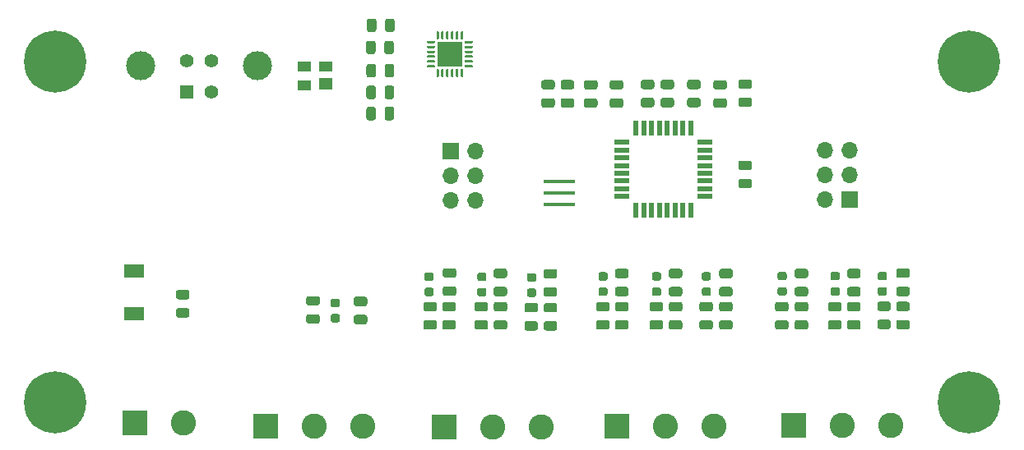
<source format=gbr>
%TF.GenerationSoftware,KiCad,Pcbnew,5.99.0-unknown-a0c54951d~102~ubuntu18.04.1*%
%TF.CreationDate,2020-08-17T14:08:57+02:00*%
%TF.ProjectId,AMPEL,414d5045-4c2e-46b6-9963-61645f706362,rev?*%
%TF.SameCoordinates,Original*%
%TF.FileFunction,Soldermask,Top*%
%TF.FilePolarity,Negative*%
%FSLAX46Y46*%
G04 Gerber Fmt 4.6, Leading zero omitted, Abs format (unit mm)*
G04 Created by KiCad (PCBNEW 5.99.0-unknown-a0c54951d~102~ubuntu18.04.1) date 2020-08-17 14:08:57*
%MOMM*%
%LPD*%
G01*
G04 APERTURE LIST*
%ADD10R,2.600000X2.600000*%
%ADD11C,2.600000*%
%ADD12R,1.700000X1.700000*%
%ADD13O,1.700000X1.700000*%
%ADD14C,0.800000*%
%ADD15C,6.400000*%
%ADD16R,1.400000X1.200000*%
%ADD17R,1.400000X1.000000*%
%ADD18R,3.200000X0.400000*%
%ADD19R,1.400000X1.400000*%
%ADD20C,1.400000*%
%ADD21C,3.000000*%
%ADD22R,2.100000X1.400000*%
%ADD23R,1.600000X0.550000*%
%ADD24R,0.550000X1.600000*%
G04 APERTURE END LIST*
%TO.C,C1*%
G36*
G01*
X181534750Y-85239800D02*
X182447250Y-85239800D01*
G75*
G02*
X182691000Y-85483550I0J-243750D01*
G01*
X182691000Y-85971050D01*
G75*
G02*
X182447250Y-86214800I-243750J0D01*
G01*
X181534750Y-86214800D01*
G75*
G02*
X181291000Y-85971050I0J243750D01*
G01*
X181291000Y-85483550D01*
G75*
G02*
X181534750Y-85239800I243750J0D01*
G01*
G37*
G36*
G01*
X181534750Y-87114800D02*
X182447250Y-87114800D01*
G75*
G02*
X182691000Y-87358550I0J-243750D01*
G01*
X182691000Y-87846050D01*
G75*
G02*
X182447250Y-88089800I-243750J0D01*
G01*
X181534750Y-88089800D01*
G75*
G02*
X181291000Y-87846050I0J243750D01*
G01*
X181291000Y-87358550D01*
G75*
G02*
X181534750Y-87114800I243750J0D01*
G01*
G37*
%TD*%
%TO.C,R24*%
G36*
G01*
X185319350Y-99819400D02*
X186231850Y-99819400D01*
G75*
G02*
X186475600Y-100063150I0J-243750D01*
G01*
X186475600Y-100550650D01*
G75*
G02*
X186231850Y-100794400I-243750J0D01*
G01*
X185319350Y-100794400D01*
G75*
G02*
X185075600Y-100550650I0J243750D01*
G01*
X185075600Y-100063150D01*
G75*
G02*
X185319350Y-99819400I243750J0D01*
G01*
G37*
G36*
G01*
X185319350Y-101694400D02*
X186231850Y-101694400D01*
G75*
G02*
X186475600Y-101938150I0J-243750D01*
G01*
X186475600Y-102425650D01*
G75*
G02*
X186231850Y-102669400I-243750J0D01*
G01*
X185319350Y-102669400D01*
G75*
G02*
X185075600Y-102425650I0J243750D01*
G01*
X185075600Y-101938150D01*
G75*
G02*
X185319350Y-101694400I243750J0D01*
G01*
G37*
%TD*%
%TO.C,C8*%
G36*
G01*
X161494150Y-99921000D02*
X162406650Y-99921000D01*
G75*
G02*
X162650400Y-100164750I0J-243750D01*
G01*
X162650400Y-100652250D01*
G75*
G02*
X162406650Y-100896000I-243750J0D01*
G01*
X161494150Y-100896000D01*
G75*
G02*
X161250400Y-100652250I0J243750D01*
G01*
X161250400Y-100164750D01*
G75*
G02*
X161494150Y-99921000I243750J0D01*
G01*
G37*
G36*
G01*
X161494150Y-101796000D02*
X162406650Y-101796000D01*
G75*
G02*
X162650400Y-102039750I0J-243750D01*
G01*
X162650400Y-102527250D01*
G75*
G02*
X162406650Y-102771000I-243750J0D01*
G01*
X161494150Y-102771000D01*
G75*
G02*
X161250400Y-102527250I0J243750D01*
G01*
X161250400Y-102039750D01*
G75*
G02*
X161494150Y-101796000I243750J0D01*
G01*
G37*
%TD*%
%TO.C,R28*%
G36*
G01*
X172390750Y-99819400D02*
X173303250Y-99819400D01*
G75*
G02*
X173547000Y-100063150I0J-243750D01*
G01*
X173547000Y-100550650D01*
G75*
G02*
X173303250Y-100794400I-243750J0D01*
G01*
X172390750Y-100794400D01*
G75*
G02*
X172147000Y-100550650I0J243750D01*
G01*
X172147000Y-100063150D01*
G75*
G02*
X172390750Y-99819400I243750J0D01*
G01*
G37*
G36*
G01*
X172390750Y-101694400D02*
X173303250Y-101694400D01*
G75*
G02*
X173547000Y-101938150I0J-243750D01*
G01*
X173547000Y-102425650D01*
G75*
G02*
X173303250Y-102669400I-243750J0D01*
G01*
X172390750Y-102669400D01*
G75*
G02*
X172147000Y-102425650I0J243750D01*
G01*
X172147000Y-101938150D01*
G75*
G02*
X172390750Y-101694400I243750J0D01*
G01*
G37*
%TD*%
%TO.C,R25*%
G36*
G01*
X137059350Y-99209900D02*
X137971850Y-99209900D01*
G75*
G02*
X138215600Y-99453650I0J-243750D01*
G01*
X138215600Y-99941150D01*
G75*
G02*
X137971850Y-100184900I-243750J0D01*
G01*
X137059350Y-100184900D01*
G75*
G02*
X136815600Y-99941150I0J243750D01*
G01*
X136815600Y-99453650D01*
G75*
G02*
X137059350Y-99209900I243750J0D01*
G01*
G37*
G36*
G01*
X137059350Y-101084900D02*
X137971850Y-101084900D01*
G75*
G02*
X138215600Y-101328650I0J-243750D01*
G01*
X138215600Y-101816150D01*
G75*
G02*
X137971850Y-102059900I-243750J0D01*
G01*
X137059350Y-102059900D01*
G75*
G02*
X136815600Y-101816150I0J243750D01*
G01*
X136815600Y-101328650D01*
G75*
G02*
X137059350Y-101084900I243750J0D01*
G01*
G37*
%TD*%
%TO.C,D13*%
G36*
G01*
X173128650Y-99192800D02*
X172616150Y-99192800D01*
G75*
G02*
X172397400Y-98974050I0J218750D01*
G01*
X172397400Y-98536550D01*
G75*
G02*
X172616150Y-98317800I218750J0D01*
G01*
X173128650Y-98317800D01*
G75*
G02*
X173347400Y-98536550I0J-218750D01*
G01*
X173347400Y-98974050D01*
G75*
G02*
X173128650Y-99192800I-218750J0D01*
G01*
G37*
G36*
G01*
X173128650Y-97617800D02*
X172616150Y-97617800D01*
G75*
G02*
X172397400Y-97399050I0J218750D01*
G01*
X172397400Y-96961550D01*
G75*
G02*
X172616150Y-96742800I218750J0D01*
G01*
X173128650Y-96742800D01*
G75*
G02*
X173347400Y-96961550I0J-218750D01*
G01*
X173347400Y-97399050D01*
G75*
G02*
X173128650Y-97617800I-218750J0D01*
G01*
G37*
%TD*%
D10*
%TO.C,J7*%
X132638800Y-112623600D03*
D11*
X137638800Y-112623600D03*
X142638800Y-112623600D03*
%TD*%
D10*
%TO.C,J5*%
X168757600Y-112623600D03*
D11*
X173757600Y-112623600D03*
X178757600Y-112623600D03*
%TD*%
%TO.C,C13*%
G36*
G01*
X151054750Y-99819400D02*
X151967250Y-99819400D01*
G75*
G02*
X152211000Y-100063150I0J-243750D01*
G01*
X152211000Y-100550650D01*
G75*
G02*
X151967250Y-100794400I-243750J0D01*
G01*
X151054750Y-100794400D01*
G75*
G02*
X150811000Y-100550650I0J243750D01*
G01*
X150811000Y-100063150D01*
G75*
G02*
X151054750Y-99819400I243750J0D01*
G01*
G37*
G36*
G01*
X151054750Y-101694400D02*
X151967250Y-101694400D01*
G75*
G02*
X152211000Y-101938150I0J-243750D01*
G01*
X152211000Y-102425650D01*
G75*
G02*
X151967250Y-102669400I-243750J0D01*
G01*
X151054750Y-102669400D01*
G75*
G02*
X150811000Y-102425650I0J243750D01*
G01*
X150811000Y-101938150D01*
G75*
G02*
X151054750Y-101694400I243750J0D01*
G01*
G37*
%TD*%
%TO.C,D3*%
G36*
G01*
X177177050Y-79746200D02*
X176264550Y-79746200D01*
G75*
G02*
X176020800Y-79502450I0J243750D01*
G01*
X176020800Y-79014950D01*
G75*
G02*
X176264550Y-78771200I243750J0D01*
G01*
X177177050Y-78771200D01*
G75*
G02*
X177420800Y-79014950I0J-243750D01*
G01*
X177420800Y-79502450D01*
G75*
G02*
X177177050Y-79746200I-243750J0D01*
G01*
G37*
G36*
G01*
X177177050Y-77871200D02*
X176264550Y-77871200D01*
G75*
G02*
X176020800Y-77627450I0J243750D01*
G01*
X176020800Y-77139950D01*
G75*
G02*
X176264550Y-76896200I243750J0D01*
G01*
X177177050Y-76896200D01*
G75*
G02*
X177420800Y-77139950I0J-243750D01*
G01*
X177420800Y-77627450D01*
G75*
G02*
X177177050Y-77871200I-243750J0D01*
G01*
G37*
%TD*%
D12*
%TO.C,J8*%
X151660000Y-84220000D03*
D13*
X154200000Y-84220000D03*
X151660000Y-86760000D03*
X154200000Y-86760000D03*
X151660000Y-89300000D03*
X154200000Y-89300000D03*
%TD*%
%TO.C,RV1*%
G36*
G01*
X123643750Y-98575000D02*
X124556250Y-98575000D01*
G75*
G02*
X124800000Y-98818750I0J-243750D01*
G01*
X124800000Y-99306250D01*
G75*
G02*
X124556250Y-99550000I-243750J0D01*
G01*
X123643750Y-99550000D01*
G75*
G02*
X123400000Y-99306250I0J243750D01*
G01*
X123400000Y-98818750D01*
G75*
G02*
X123643750Y-98575000I243750J0D01*
G01*
G37*
G36*
G01*
X123643750Y-100450000D02*
X124556250Y-100450000D01*
G75*
G02*
X124800000Y-100693750I0J-243750D01*
G01*
X124800000Y-101181250D01*
G75*
G02*
X124556250Y-101425000I-243750J0D01*
G01*
X123643750Y-101425000D01*
G75*
G02*
X123400000Y-101181250I0J243750D01*
G01*
X123400000Y-100693750D01*
G75*
G02*
X123643750Y-100450000I243750J0D01*
G01*
G37*
%TD*%
%TO.C,R26*%
G36*
G01*
X149098950Y-99819400D02*
X150011450Y-99819400D01*
G75*
G02*
X150255200Y-100063150I0J-243750D01*
G01*
X150255200Y-100550650D01*
G75*
G02*
X150011450Y-100794400I-243750J0D01*
G01*
X149098950Y-100794400D01*
G75*
G02*
X148855200Y-100550650I0J243750D01*
G01*
X148855200Y-100063150D01*
G75*
G02*
X149098950Y-99819400I243750J0D01*
G01*
G37*
G36*
G01*
X149098950Y-101694400D02*
X150011450Y-101694400D01*
G75*
G02*
X150255200Y-101938150I0J-243750D01*
G01*
X150255200Y-102425650D01*
G75*
G02*
X150011450Y-102669400I-243750J0D01*
G01*
X149098950Y-102669400D01*
G75*
G02*
X148855200Y-102425650I0J243750D01*
G01*
X148855200Y-101938150D01*
G75*
G02*
X149098950Y-101694400I243750J0D01*
G01*
G37*
%TD*%
%TO.C,C2*%
G36*
G01*
X145908300Y-70838350D02*
X145908300Y-71750850D01*
G75*
G02*
X145664550Y-71994600I-243750J0D01*
G01*
X145177050Y-71994600D01*
G75*
G02*
X144933300Y-71750850I0J243750D01*
G01*
X144933300Y-70838350D01*
G75*
G02*
X145177050Y-70594600I243750J0D01*
G01*
X145664550Y-70594600D01*
G75*
G02*
X145908300Y-70838350I0J-243750D01*
G01*
G37*
G36*
G01*
X144033300Y-70838350D02*
X144033300Y-71750850D01*
G75*
G02*
X143789550Y-71994600I-243750J0D01*
G01*
X143302050Y-71994600D01*
G75*
G02*
X143058300Y-71750850I0J243750D01*
G01*
X143058300Y-70838350D01*
G75*
G02*
X143302050Y-70594600I243750J0D01*
G01*
X143789550Y-70594600D01*
G75*
G02*
X144033300Y-70838350I0J-243750D01*
G01*
G37*
%TD*%
%TO.C,R16*%
G36*
G01*
X156343750Y-96375000D02*
X157256250Y-96375000D01*
G75*
G02*
X157500000Y-96618750I0J-243750D01*
G01*
X157500000Y-97106250D01*
G75*
G02*
X157256250Y-97350000I-243750J0D01*
G01*
X156343750Y-97350000D01*
G75*
G02*
X156100000Y-97106250I0J243750D01*
G01*
X156100000Y-96618750D01*
G75*
G02*
X156343750Y-96375000I243750J0D01*
G01*
G37*
G36*
G01*
X156343750Y-98250000D02*
X157256250Y-98250000D01*
G75*
G02*
X157500000Y-98493750I0J-243750D01*
G01*
X157500000Y-98981250D01*
G75*
G02*
X157256250Y-99225000I-243750J0D01*
G01*
X156343750Y-99225000D01*
G75*
G02*
X156100000Y-98981250I0J243750D01*
G01*
X156100000Y-98493750D01*
G75*
G02*
X156343750Y-98250000I243750J0D01*
G01*
G37*
%TD*%
%TO.C,D5*%
G36*
G01*
X196369650Y-99167400D02*
X195857150Y-99167400D01*
G75*
G02*
X195638400Y-98948650I0J218750D01*
G01*
X195638400Y-98511150D01*
G75*
G02*
X195857150Y-98292400I218750J0D01*
G01*
X196369650Y-98292400D01*
G75*
G02*
X196588400Y-98511150I0J-218750D01*
G01*
X196588400Y-98948650D01*
G75*
G02*
X196369650Y-99167400I-218750J0D01*
G01*
G37*
G36*
G01*
X196369650Y-97592400D02*
X195857150Y-97592400D01*
G75*
G02*
X195638400Y-97373650I0J218750D01*
G01*
X195638400Y-96936150D01*
G75*
G02*
X195857150Y-96717400I218750J0D01*
G01*
X196369650Y-96717400D01*
G75*
G02*
X196588400Y-96936150I0J-218750D01*
G01*
X196588400Y-97373650D01*
G75*
G02*
X196369650Y-97592400I-218750J0D01*
G01*
G37*
%TD*%
%TO.C,R23*%
G36*
G01*
X154382150Y-99819400D02*
X155294650Y-99819400D01*
G75*
G02*
X155538400Y-100063150I0J-243750D01*
G01*
X155538400Y-100550650D01*
G75*
G02*
X155294650Y-100794400I-243750J0D01*
G01*
X154382150Y-100794400D01*
G75*
G02*
X154138400Y-100550650I0J243750D01*
G01*
X154138400Y-100063150D01*
G75*
G02*
X154382150Y-99819400I243750J0D01*
G01*
G37*
G36*
G01*
X154382150Y-101694400D02*
X155294650Y-101694400D01*
G75*
G02*
X155538400Y-101938150I0J-243750D01*
G01*
X155538400Y-102425650D01*
G75*
G02*
X155294650Y-102669400I-243750J0D01*
G01*
X154382150Y-102669400D01*
G75*
G02*
X154138400Y-102425650I0J243750D01*
G01*
X154138400Y-101938150D01*
G75*
G02*
X154382150Y-101694400I243750J0D01*
G01*
G37*
%TD*%
%TO.C,R21*%
G36*
G01*
X190754950Y-99819400D02*
X191667450Y-99819400D01*
G75*
G02*
X191911200Y-100063150I0J-243750D01*
G01*
X191911200Y-100550650D01*
G75*
G02*
X191667450Y-100794400I-243750J0D01*
G01*
X190754950Y-100794400D01*
G75*
G02*
X190511200Y-100550650I0J243750D01*
G01*
X190511200Y-100063150D01*
G75*
G02*
X190754950Y-99819400I243750J0D01*
G01*
G37*
G36*
G01*
X190754950Y-101694400D02*
X191667450Y-101694400D01*
G75*
G02*
X191911200Y-101938150I0J-243750D01*
G01*
X191911200Y-102425650D01*
G75*
G02*
X191667450Y-102669400I-243750J0D01*
G01*
X190754950Y-102669400D01*
G75*
G02*
X190511200Y-102425650I0J243750D01*
G01*
X190511200Y-101938150D01*
G75*
G02*
X190754950Y-101694400I243750J0D01*
G01*
G37*
%TD*%
%TO.C,R27*%
G36*
G01*
X177521550Y-99819400D02*
X178434050Y-99819400D01*
G75*
G02*
X178677800Y-100063150I0J-243750D01*
G01*
X178677800Y-100550650D01*
G75*
G02*
X178434050Y-100794400I-243750J0D01*
G01*
X177521550Y-100794400D01*
G75*
G02*
X177277800Y-100550650I0J243750D01*
G01*
X177277800Y-100063150D01*
G75*
G02*
X177521550Y-99819400I243750J0D01*
G01*
G37*
G36*
G01*
X177521550Y-101694400D02*
X178434050Y-101694400D01*
G75*
G02*
X178677800Y-101938150I0J-243750D01*
G01*
X178677800Y-102425650D01*
G75*
G02*
X178434050Y-102669400I-243750J0D01*
G01*
X177521550Y-102669400D01*
G75*
G02*
X177277800Y-102425650I0J243750D01*
G01*
X177277800Y-101938150D01*
G75*
G02*
X177521550Y-101694400I243750J0D01*
G01*
G37*
%TD*%
%TO.C,R9*%
G36*
G01*
X168834750Y-96390400D02*
X169747250Y-96390400D01*
G75*
G02*
X169991000Y-96634150I0J-243750D01*
G01*
X169991000Y-97121650D01*
G75*
G02*
X169747250Y-97365400I-243750J0D01*
G01*
X168834750Y-97365400D01*
G75*
G02*
X168591000Y-97121650I0J243750D01*
G01*
X168591000Y-96634150D01*
G75*
G02*
X168834750Y-96390400I243750J0D01*
G01*
G37*
G36*
G01*
X168834750Y-98265400D02*
X169747250Y-98265400D01*
G75*
G02*
X169991000Y-98509150I0J-243750D01*
G01*
X169991000Y-98996650D01*
G75*
G02*
X169747250Y-99240400I-243750J0D01*
G01*
X168834750Y-99240400D01*
G75*
G02*
X168591000Y-98996650I0J243750D01*
G01*
X168591000Y-98509150D01*
G75*
G02*
X168834750Y-98265400I243750J0D01*
G01*
G37*
%TD*%
%TO.C,R6*%
G36*
G01*
X143007500Y-80844050D02*
X143007500Y-79931550D01*
G75*
G02*
X143251250Y-79687800I243750J0D01*
G01*
X143738750Y-79687800D01*
G75*
G02*
X143982500Y-79931550I0J-243750D01*
G01*
X143982500Y-80844050D01*
G75*
G02*
X143738750Y-81087800I-243750J0D01*
G01*
X143251250Y-81087800D01*
G75*
G02*
X143007500Y-80844050I0J243750D01*
G01*
G37*
G36*
G01*
X144882500Y-80844050D02*
X144882500Y-79931550D01*
G75*
G02*
X145126250Y-79687800I243750J0D01*
G01*
X145613750Y-79687800D01*
G75*
G02*
X145857500Y-79931550I0J-243750D01*
G01*
X145857500Y-80844050D01*
G75*
G02*
X145613750Y-81087800I-243750J0D01*
G01*
X145126250Y-81087800D01*
G75*
G02*
X144882500Y-80844050I0J243750D01*
G01*
G37*
%TD*%
%TO.C,R14*%
G36*
G01*
X197790750Y-96365000D02*
X198703250Y-96365000D01*
G75*
G02*
X198947000Y-96608750I0J-243750D01*
G01*
X198947000Y-97096250D01*
G75*
G02*
X198703250Y-97340000I-243750J0D01*
G01*
X197790750Y-97340000D01*
G75*
G02*
X197547000Y-97096250I0J243750D01*
G01*
X197547000Y-96608750D01*
G75*
G02*
X197790750Y-96365000I243750J0D01*
G01*
G37*
G36*
G01*
X197790750Y-98240000D02*
X198703250Y-98240000D01*
G75*
G02*
X198947000Y-98483750I0J-243750D01*
G01*
X198947000Y-98971250D01*
G75*
G02*
X198703250Y-99215000I-243750J0D01*
G01*
X197790750Y-99215000D01*
G75*
G02*
X197547000Y-98971250I0J243750D01*
G01*
X197547000Y-98483750D01*
G75*
G02*
X197790750Y-98240000I243750J0D01*
G01*
G37*
%TD*%
D10*
%TO.C,J3*%
X186994800Y-112572800D03*
D11*
X191994800Y-112572800D03*
X196994800Y-112572800D03*
%TD*%
%TO.C,R13*%
G36*
G01*
X192736150Y-96390400D02*
X193648650Y-96390400D01*
G75*
G02*
X193892400Y-96634150I0J-243750D01*
G01*
X193892400Y-97121650D01*
G75*
G02*
X193648650Y-97365400I-243750J0D01*
G01*
X192736150Y-97365400D01*
G75*
G02*
X192492400Y-97121650I0J243750D01*
G01*
X192492400Y-96634150D01*
G75*
G02*
X192736150Y-96390400I243750J0D01*
G01*
G37*
G36*
G01*
X192736150Y-98265400D02*
X193648650Y-98265400D01*
G75*
G02*
X193892400Y-98509150I0J-243750D01*
G01*
X193892400Y-98996650D01*
G75*
G02*
X193648650Y-99240400I-243750J0D01*
G01*
X192736150Y-99240400D01*
G75*
G02*
X192492400Y-98996650I0J243750D01*
G01*
X192492400Y-98509150D01*
G75*
G02*
X192736150Y-98265400I243750J0D01*
G01*
G37*
%TD*%
%TO.C,D7*%
G36*
G01*
X191518250Y-99167400D02*
X191005750Y-99167400D01*
G75*
G02*
X190787000Y-98948650I0J218750D01*
G01*
X190787000Y-98511150D01*
G75*
G02*
X191005750Y-98292400I218750J0D01*
G01*
X191518250Y-98292400D01*
G75*
G02*
X191737000Y-98511150I0J-218750D01*
G01*
X191737000Y-98948650D01*
G75*
G02*
X191518250Y-99167400I-218750J0D01*
G01*
G37*
G36*
G01*
X191518250Y-97592400D02*
X191005750Y-97592400D01*
G75*
G02*
X190787000Y-97373650I0J218750D01*
G01*
X190787000Y-96936150D01*
G75*
G02*
X191005750Y-96717400I218750J0D01*
G01*
X191518250Y-96717400D01*
G75*
G02*
X191737000Y-96936150I0J-218750D01*
G01*
X191737000Y-97373650D01*
G75*
G02*
X191518250Y-97592400I-218750J0D01*
G01*
G37*
%TD*%
%TO.C,R15*%
G36*
G01*
X151105550Y-96339600D02*
X152018050Y-96339600D01*
G75*
G02*
X152261800Y-96583350I0J-243750D01*
G01*
X152261800Y-97070850D01*
G75*
G02*
X152018050Y-97314600I-243750J0D01*
G01*
X151105550Y-97314600D01*
G75*
G02*
X150861800Y-97070850I0J243750D01*
G01*
X150861800Y-96583350D01*
G75*
G02*
X151105550Y-96339600I243750J0D01*
G01*
G37*
G36*
G01*
X151105550Y-98214600D02*
X152018050Y-98214600D01*
G75*
G02*
X152261800Y-98458350I0J-243750D01*
G01*
X152261800Y-98945850D01*
G75*
G02*
X152018050Y-99189600I-243750J0D01*
G01*
X151105550Y-99189600D01*
G75*
G02*
X150861800Y-98945850I0J243750D01*
G01*
X150861800Y-98458350D01*
G75*
G02*
X151105550Y-98214600I243750J0D01*
G01*
G37*
%TD*%
%TO.C,R5*%
G36*
G01*
X182456250Y-79725000D02*
X181543750Y-79725000D01*
G75*
G02*
X181300000Y-79481250I0J243750D01*
G01*
X181300000Y-78993750D01*
G75*
G02*
X181543750Y-78750000I243750J0D01*
G01*
X182456250Y-78750000D01*
G75*
G02*
X182700000Y-78993750I0J-243750D01*
G01*
X182700000Y-79481250D01*
G75*
G02*
X182456250Y-79725000I-243750J0D01*
G01*
G37*
G36*
G01*
X182456250Y-77850000D02*
X181543750Y-77850000D01*
G75*
G02*
X181300000Y-77606250I0J243750D01*
G01*
X181300000Y-77118750D01*
G75*
G02*
X181543750Y-76875000I243750J0D01*
G01*
X182456250Y-76875000D01*
G75*
G02*
X182700000Y-77118750I0J-243750D01*
G01*
X182700000Y-77606250D01*
G75*
G02*
X182456250Y-77850000I-243750J0D01*
G01*
G37*
%TD*%
%TO.C,R11*%
G36*
G01*
X179553550Y-96390400D02*
X180466050Y-96390400D01*
G75*
G02*
X180709800Y-96634150I0J-243750D01*
G01*
X180709800Y-97121650D01*
G75*
G02*
X180466050Y-97365400I-243750J0D01*
G01*
X179553550Y-97365400D01*
G75*
G02*
X179309800Y-97121650I0J243750D01*
G01*
X179309800Y-96634150D01*
G75*
G02*
X179553550Y-96390400I243750J0D01*
G01*
G37*
G36*
G01*
X179553550Y-98265400D02*
X180466050Y-98265400D01*
G75*
G02*
X180709800Y-98509150I0J-243750D01*
G01*
X180709800Y-98996650D01*
G75*
G02*
X180466050Y-99240400I-243750J0D01*
G01*
X179553550Y-99240400D01*
G75*
G02*
X179309800Y-98996650I0J243750D01*
G01*
X179309800Y-98509150D01*
G75*
G02*
X179553550Y-98265400I243750J0D01*
G01*
G37*
%TD*%
%TO.C,C5*%
G36*
G01*
X161243750Y-76937500D02*
X162156250Y-76937500D01*
G75*
G02*
X162400000Y-77181250I0J-243750D01*
G01*
X162400000Y-77668750D01*
G75*
G02*
X162156250Y-77912500I-243750J0D01*
G01*
X161243750Y-77912500D01*
G75*
G02*
X161000000Y-77668750I0J243750D01*
G01*
X161000000Y-77181250D01*
G75*
G02*
X161243750Y-76937500I243750J0D01*
G01*
G37*
G36*
G01*
X161243750Y-78812500D02*
X162156250Y-78812500D01*
G75*
G02*
X162400000Y-79056250I0J-243750D01*
G01*
X162400000Y-79543750D01*
G75*
G02*
X162156250Y-79787500I-243750J0D01*
G01*
X161243750Y-79787500D01*
G75*
G02*
X161000000Y-79543750I0J243750D01*
G01*
X161000000Y-79056250D01*
G75*
G02*
X161243750Y-78812500I243750J0D01*
G01*
G37*
%TD*%
%TO.C,R20*%
G36*
G01*
X159512950Y-99921000D02*
X160425450Y-99921000D01*
G75*
G02*
X160669200Y-100164750I0J-243750D01*
G01*
X160669200Y-100652250D01*
G75*
G02*
X160425450Y-100896000I-243750J0D01*
G01*
X159512950Y-100896000D01*
G75*
G02*
X159269200Y-100652250I0J243750D01*
G01*
X159269200Y-100164750D01*
G75*
G02*
X159512950Y-99921000I243750J0D01*
G01*
G37*
G36*
G01*
X159512950Y-101796000D02*
X160425450Y-101796000D01*
G75*
G02*
X160669200Y-102039750I0J-243750D01*
G01*
X160669200Y-102527250D01*
G75*
G02*
X160425450Y-102771000I-243750J0D01*
G01*
X159512950Y-102771000D01*
G75*
G02*
X159269200Y-102527250I0J243750D01*
G01*
X159269200Y-102039750D01*
G75*
G02*
X159512950Y-101796000I243750J0D01*
G01*
G37*
%TD*%
%TO.C,R29*%
G36*
G01*
X166878950Y-99819400D02*
X167791450Y-99819400D01*
G75*
G02*
X168035200Y-100063150I0J-243750D01*
G01*
X168035200Y-100550650D01*
G75*
G02*
X167791450Y-100794400I-243750J0D01*
G01*
X166878950Y-100794400D01*
G75*
G02*
X166635200Y-100550650I0J243750D01*
G01*
X166635200Y-100063150D01*
G75*
G02*
X166878950Y-99819400I243750J0D01*
G01*
G37*
G36*
G01*
X166878950Y-101694400D02*
X167791450Y-101694400D01*
G75*
G02*
X168035200Y-101938150I0J-243750D01*
G01*
X168035200Y-102425650D01*
G75*
G02*
X167791450Y-102669400I-243750J0D01*
G01*
X166878950Y-102669400D01*
G75*
G02*
X166635200Y-102425650I0J243750D01*
G01*
X166635200Y-101938150D01*
G75*
G02*
X166878950Y-101694400I243750J0D01*
G01*
G37*
%TD*%
%TO.C,D9*%
G36*
G01*
X186057250Y-99167400D02*
X185544750Y-99167400D01*
G75*
G02*
X185326000Y-98948650I0J218750D01*
G01*
X185326000Y-98511150D01*
G75*
G02*
X185544750Y-98292400I218750J0D01*
G01*
X186057250Y-98292400D01*
G75*
G02*
X186276000Y-98511150I0J-218750D01*
G01*
X186276000Y-98948650D01*
G75*
G02*
X186057250Y-99167400I-218750J0D01*
G01*
G37*
G36*
G01*
X186057250Y-97592400D02*
X185544750Y-97592400D01*
G75*
G02*
X185326000Y-97373650I0J218750D01*
G01*
X185326000Y-96936150D01*
G75*
G02*
X185544750Y-96717400I218750J0D01*
G01*
X186057250Y-96717400D01*
G75*
G02*
X186276000Y-96936150I0J-218750D01*
G01*
X186276000Y-97373650D01*
G75*
G02*
X186057250Y-97592400I-218750J0D01*
G01*
G37*
%TD*%
D14*
%TO.C,H3*%
X112697056Y-111897056D03*
D15*
X111000000Y-110200000D03*
D14*
X113400000Y-110200000D03*
X109302944Y-111897056D03*
X112697056Y-108502944D03*
X111000000Y-112600000D03*
X108600000Y-110200000D03*
X109302944Y-108502944D03*
X111000000Y-107800000D03*
%TD*%
D12*
%TO.C,J2*%
X192709800Y-89270000D03*
D13*
X190169800Y-89270000D03*
X192709800Y-86730000D03*
X190169800Y-86730000D03*
X192709800Y-84190000D03*
X190169800Y-84190000D03*
%TD*%
%TO.C,D6*%
G36*
G01*
X160273850Y-99296700D02*
X159761350Y-99296700D01*
G75*
G02*
X159542600Y-99077950I0J218750D01*
G01*
X159542600Y-98640450D01*
G75*
G02*
X159761350Y-98421700I218750J0D01*
G01*
X160273850Y-98421700D01*
G75*
G02*
X160492600Y-98640450I0J-218750D01*
G01*
X160492600Y-99077950D01*
G75*
G02*
X160273850Y-99296700I-218750J0D01*
G01*
G37*
G36*
G01*
X160273850Y-97721700D02*
X159761350Y-97721700D01*
G75*
G02*
X159542600Y-97502950I0J218750D01*
G01*
X159542600Y-97065450D01*
G75*
G02*
X159761350Y-96846700I218750J0D01*
G01*
X160273850Y-96846700D01*
G75*
G02*
X160492600Y-97065450I0J-218750D01*
G01*
X160492600Y-97502950D01*
G75*
G02*
X160273850Y-97721700I-218750J0D01*
G01*
G37*
%TD*%
%TO.C,R8*%
G36*
G01*
X145857500Y-75511950D02*
X145857500Y-76424450D01*
G75*
G02*
X145613750Y-76668200I-243750J0D01*
G01*
X145126250Y-76668200D01*
G75*
G02*
X144882500Y-76424450I0J243750D01*
G01*
X144882500Y-75511950D01*
G75*
G02*
X145126250Y-75268200I243750J0D01*
G01*
X145613750Y-75268200D01*
G75*
G02*
X145857500Y-75511950I0J-243750D01*
G01*
G37*
G36*
G01*
X143982500Y-75511950D02*
X143982500Y-76424450D01*
G75*
G02*
X143738750Y-76668200I-243750J0D01*
G01*
X143251250Y-76668200D01*
G75*
G02*
X143007500Y-76424450I0J243750D01*
G01*
X143007500Y-75511950D01*
G75*
G02*
X143251250Y-75268200I243750J0D01*
G01*
X143738750Y-75268200D01*
G75*
G02*
X143982500Y-75511950I0J-243750D01*
G01*
G37*
%TD*%
%TO.C,R7*%
G36*
G01*
X143007500Y-78659650D02*
X143007500Y-77747150D01*
G75*
G02*
X143251250Y-77503400I243750J0D01*
G01*
X143738750Y-77503400D01*
G75*
G02*
X143982500Y-77747150I0J-243750D01*
G01*
X143982500Y-78659650D01*
G75*
G02*
X143738750Y-78903400I-243750J0D01*
G01*
X143251250Y-78903400D01*
G75*
G02*
X143007500Y-78659650I0J243750D01*
G01*
G37*
G36*
G01*
X144882500Y-78659650D02*
X144882500Y-77747150D01*
G75*
G02*
X145126250Y-77503400I243750J0D01*
G01*
X145613750Y-77503400D01*
G75*
G02*
X145857500Y-77747150I0J-243750D01*
G01*
X145857500Y-78659650D01*
G75*
G02*
X145613750Y-78903400I-243750J0D01*
G01*
X145126250Y-78903400D01*
G75*
G02*
X144882500Y-78659650I0J243750D01*
G01*
G37*
%TD*%
D16*
%TO.C,D1*%
X138800000Y-77300000D03*
D17*
X138800000Y-75580000D03*
X136600000Y-75580000D03*
X136600000Y-77480000D03*
%TD*%
D18*
%TO.C,Y1*%
X162900000Y-89800000D03*
X162900000Y-88600000D03*
X162900000Y-87400000D03*
%TD*%
D14*
%TO.C,H2*%
X206697056Y-111897056D03*
D15*
X205000000Y-110200000D03*
D14*
X207400000Y-110200000D03*
X203302944Y-111897056D03*
X206697056Y-108502944D03*
X205000000Y-112600000D03*
X202600000Y-110200000D03*
X203302944Y-108502944D03*
X205000000Y-107800000D03*
%TD*%
%TO.C,R4*%
G36*
G01*
X172401850Y-79746200D02*
X171489350Y-79746200D01*
G75*
G02*
X171245600Y-79502450I0J243750D01*
G01*
X171245600Y-79014950D01*
G75*
G02*
X171489350Y-78771200I243750J0D01*
G01*
X172401850Y-78771200D01*
G75*
G02*
X172645600Y-79014950I0J-243750D01*
G01*
X172645600Y-79502450D01*
G75*
G02*
X172401850Y-79746200I-243750J0D01*
G01*
G37*
G36*
G01*
X172401850Y-77871200D02*
X171489350Y-77871200D01*
G75*
G02*
X171245600Y-77627450I0J243750D01*
G01*
X171245600Y-77139950D01*
G75*
G02*
X171489350Y-76896200I243750J0D01*
G01*
X172401850Y-76896200D01*
G75*
G02*
X172645600Y-77139950I0J-243750D01*
G01*
X172645600Y-77627450D01*
G75*
G02*
X172401850Y-77871200I-243750J0D01*
G01*
G37*
%TD*%
%TO.C,D10*%
G36*
G01*
X149709850Y-99225000D02*
X149197350Y-99225000D01*
G75*
G02*
X148978600Y-99006250I0J218750D01*
G01*
X148978600Y-98568750D01*
G75*
G02*
X149197350Y-98350000I218750J0D01*
G01*
X149709850Y-98350000D01*
G75*
G02*
X149928600Y-98568750I0J-218750D01*
G01*
X149928600Y-99006250D01*
G75*
G02*
X149709850Y-99225000I-218750J0D01*
G01*
G37*
G36*
G01*
X149709850Y-97650000D02*
X149197350Y-97650000D01*
G75*
G02*
X148978600Y-97431250I0J218750D01*
G01*
X148978600Y-96993750D01*
G75*
G02*
X149197350Y-96775000I218750J0D01*
G01*
X149709850Y-96775000D01*
G75*
G02*
X149928600Y-96993750I0J-218750D01*
G01*
X149928600Y-97431250D01*
G75*
G02*
X149709850Y-97650000I-218750J0D01*
G01*
G37*
%TD*%
%TO.C,C4*%
G36*
G01*
X145826300Y-73119950D02*
X145826300Y-74032450D01*
G75*
G02*
X145582550Y-74276200I-243750J0D01*
G01*
X145095050Y-74276200D01*
G75*
G02*
X144851300Y-74032450I0J243750D01*
G01*
X144851300Y-73119950D01*
G75*
G02*
X145095050Y-72876200I243750J0D01*
G01*
X145582550Y-72876200D01*
G75*
G02*
X145826300Y-73119950I0J-243750D01*
G01*
G37*
G36*
G01*
X143951300Y-73119950D02*
X143951300Y-74032450D01*
G75*
G02*
X143707550Y-74276200I-243750J0D01*
G01*
X143220050Y-74276200D01*
G75*
G02*
X142976300Y-74032450I0J243750D01*
G01*
X142976300Y-73119950D01*
G75*
G02*
X143220050Y-72876200I243750J0D01*
G01*
X143707550Y-72876200D01*
G75*
G02*
X143951300Y-73119950I0J-243750D01*
G01*
G37*
%TD*%
%TO.C,R3*%
G36*
G01*
X174433850Y-79746200D02*
X173521350Y-79746200D01*
G75*
G02*
X173277600Y-79502450I0J243750D01*
G01*
X173277600Y-79014950D01*
G75*
G02*
X173521350Y-78771200I243750J0D01*
G01*
X174433850Y-78771200D01*
G75*
G02*
X174677600Y-79014950I0J-243750D01*
G01*
X174677600Y-79502450D01*
G75*
G02*
X174433850Y-79746200I-243750J0D01*
G01*
G37*
G36*
G01*
X174433850Y-77871200D02*
X173521350Y-77871200D01*
G75*
G02*
X173277600Y-77627450I0J243750D01*
G01*
X173277600Y-77139950D01*
G75*
G02*
X173521350Y-76896200I243750J0D01*
G01*
X174433850Y-76896200D01*
G75*
G02*
X174677600Y-77139950I0J-243750D01*
G01*
X174677600Y-77627450D01*
G75*
G02*
X174433850Y-77871200I-243750J0D01*
G01*
G37*
%TD*%
%TO.C,D12*%
G36*
G01*
X178259450Y-99192800D02*
X177746950Y-99192800D01*
G75*
G02*
X177528200Y-98974050I0J218750D01*
G01*
X177528200Y-98536550D01*
G75*
G02*
X177746950Y-98317800I218750J0D01*
G01*
X178259450Y-98317800D01*
G75*
G02*
X178478200Y-98536550I0J-218750D01*
G01*
X178478200Y-98974050D01*
G75*
G02*
X178259450Y-99192800I-218750J0D01*
G01*
G37*
G36*
G01*
X178259450Y-97617800D02*
X177746950Y-97617800D01*
G75*
G02*
X177528200Y-97399050I0J218750D01*
G01*
X177528200Y-96961550D01*
G75*
G02*
X177746950Y-96742800I218750J0D01*
G01*
X178259450Y-96742800D01*
G75*
G02*
X178478200Y-96961550I0J-218750D01*
G01*
X178478200Y-97399050D01*
G75*
G02*
X178259450Y-97617800I-218750J0D01*
G01*
G37*
%TD*%
%TO.C,C14*%
G36*
G01*
X179553550Y-99819400D02*
X180466050Y-99819400D01*
G75*
G02*
X180709800Y-100063150I0J-243750D01*
G01*
X180709800Y-100550650D01*
G75*
G02*
X180466050Y-100794400I-243750J0D01*
G01*
X179553550Y-100794400D01*
G75*
G02*
X179309800Y-100550650I0J243750D01*
G01*
X179309800Y-100063150D01*
G75*
G02*
X179553550Y-99819400I243750J0D01*
G01*
G37*
G36*
G01*
X179553550Y-101694400D02*
X180466050Y-101694400D01*
G75*
G02*
X180709800Y-101938150I0J-243750D01*
G01*
X180709800Y-102425650D01*
G75*
G02*
X180466050Y-102669400I-243750J0D01*
G01*
X179553550Y-102669400D01*
G75*
G02*
X179309800Y-102425650I0J243750D01*
G01*
X179309800Y-101938150D01*
G75*
G02*
X179553550Y-101694400I243750J0D01*
G01*
G37*
%TD*%
D10*
%TO.C,J4*%
X150985200Y-112674400D03*
D11*
X155985200Y-112674400D03*
X160985200Y-112674400D03*
%TD*%
D14*
%TO.C,H1*%
X112697056Y-76697056D03*
D15*
X111000000Y-75000000D03*
D14*
X113400000Y-75000000D03*
X109302944Y-76697056D03*
X112697056Y-73302944D03*
X111000000Y-77400000D03*
X108600000Y-75000000D03*
X109302944Y-73302944D03*
X111000000Y-72600000D03*
%TD*%
%TO.C,C3*%
G36*
G01*
X164150050Y-79787500D02*
X163237550Y-79787500D01*
G75*
G02*
X162993800Y-79543750I0J243750D01*
G01*
X162993800Y-79056250D01*
G75*
G02*
X163237550Y-78812500I243750J0D01*
G01*
X164150050Y-78812500D01*
G75*
G02*
X164393800Y-79056250I0J-243750D01*
G01*
X164393800Y-79543750D01*
G75*
G02*
X164150050Y-79787500I-243750J0D01*
G01*
G37*
G36*
G01*
X164150050Y-77912500D02*
X163237550Y-77912500D01*
G75*
G02*
X162993800Y-77668750I0J243750D01*
G01*
X162993800Y-77181250D01*
G75*
G02*
X163237550Y-76937500I243750J0D01*
G01*
X164150050Y-76937500D01*
G75*
G02*
X164393800Y-77181250I0J-243750D01*
G01*
X164393800Y-77668750D01*
G75*
G02*
X164150050Y-77912500I-243750J0D01*
G01*
G37*
%TD*%
%TO.C,R2*%
G36*
G01*
X166559850Y-79797000D02*
X165647350Y-79797000D01*
G75*
G02*
X165403600Y-79553250I0J243750D01*
G01*
X165403600Y-79065750D01*
G75*
G02*
X165647350Y-78822000I243750J0D01*
G01*
X166559850Y-78822000D01*
G75*
G02*
X166803600Y-79065750I0J-243750D01*
G01*
X166803600Y-79553250D01*
G75*
G02*
X166559850Y-79797000I-243750J0D01*
G01*
G37*
G36*
G01*
X166559850Y-77922000D02*
X165647350Y-77922000D01*
G75*
G02*
X165403600Y-77678250I0J243750D01*
G01*
X165403600Y-77190750D01*
G75*
G02*
X165647350Y-76947000I243750J0D01*
G01*
X166559850Y-76947000D01*
G75*
G02*
X166803600Y-77190750I0J-243750D01*
G01*
X166803600Y-77678250D01*
G75*
G02*
X166559850Y-77922000I-243750J0D01*
G01*
G37*
%TD*%
%TO.C,R17*%
G36*
G01*
X161491750Y-96418200D02*
X162404250Y-96418200D01*
G75*
G02*
X162648000Y-96661950I0J-243750D01*
G01*
X162648000Y-97149450D01*
G75*
G02*
X162404250Y-97393200I-243750J0D01*
G01*
X161491750Y-97393200D01*
G75*
G02*
X161248000Y-97149450I0J243750D01*
G01*
X161248000Y-96661950D01*
G75*
G02*
X161491750Y-96418200I243750J0D01*
G01*
G37*
G36*
G01*
X161491750Y-98293200D02*
X162404250Y-98293200D01*
G75*
G02*
X162648000Y-98536950I0J-243750D01*
G01*
X162648000Y-99024450D01*
G75*
G02*
X162404250Y-99268200I-243750J0D01*
G01*
X161491750Y-99268200D01*
G75*
G02*
X161248000Y-99024450I0J243750D01*
G01*
X161248000Y-98536950D01*
G75*
G02*
X161491750Y-98293200I243750J0D01*
G01*
G37*
%TD*%
%TO.C,H4*%
X206697056Y-76697056D03*
D15*
X205000000Y-75000000D03*
D14*
X207400000Y-75000000D03*
X203302944Y-76697056D03*
X206697056Y-73302944D03*
X205000000Y-77400000D03*
X202600000Y-75000000D03*
X203302944Y-73302944D03*
X205000000Y-72600000D03*
%TD*%
%TO.C,C15*%
G36*
G01*
X174371950Y-99819400D02*
X175284450Y-99819400D01*
G75*
G02*
X175528200Y-100063150I0J-243750D01*
G01*
X175528200Y-100550650D01*
G75*
G02*
X175284450Y-100794400I-243750J0D01*
G01*
X174371950Y-100794400D01*
G75*
G02*
X174128200Y-100550650I0J243750D01*
G01*
X174128200Y-100063150D01*
G75*
G02*
X174371950Y-99819400I243750J0D01*
G01*
G37*
G36*
G01*
X174371950Y-101694400D02*
X175284450Y-101694400D01*
G75*
G02*
X175528200Y-101938150I0J-243750D01*
G01*
X175528200Y-102425650D01*
G75*
G02*
X175284450Y-102669400I-243750J0D01*
G01*
X174371950Y-102669400D01*
G75*
G02*
X174128200Y-102425650I0J243750D01*
G01*
X174128200Y-101938150D01*
G75*
G02*
X174371950Y-101694400I243750J0D01*
G01*
G37*
%TD*%
D19*
%TO.C,J1*%
X124510800Y-78181200D03*
D20*
X127010800Y-78181200D03*
X127010800Y-74981200D03*
X124510800Y-74981200D03*
D21*
X119740800Y-75471200D03*
X131780800Y-75471200D03*
%TD*%
%TO.C,C11*%
G36*
G01*
X187325950Y-99819400D02*
X188238450Y-99819400D01*
G75*
G02*
X188482200Y-100063150I0J-243750D01*
G01*
X188482200Y-100550650D01*
G75*
G02*
X188238450Y-100794400I-243750J0D01*
G01*
X187325950Y-100794400D01*
G75*
G02*
X187082200Y-100550650I0J243750D01*
G01*
X187082200Y-100063150D01*
G75*
G02*
X187325950Y-99819400I243750J0D01*
G01*
G37*
G36*
G01*
X187325950Y-101694400D02*
X188238450Y-101694400D01*
G75*
G02*
X188482200Y-101938150I0J-243750D01*
G01*
X188482200Y-102425650D01*
G75*
G02*
X188238450Y-102669400I-243750J0D01*
G01*
X187325950Y-102669400D01*
G75*
G02*
X187082200Y-102425650I0J243750D01*
G01*
X187082200Y-101938150D01*
G75*
G02*
X187325950Y-101694400I243750J0D01*
G01*
G37*
%TD*%
%TO.C,C9*%
G36*
G01*
X192736150Y-99819400D02*
X193648650Y-99819400D01*
G75*
G02*
X193892400Y-100063150I0J-243750D01*
G01*
X193892400Y-100550650D01*
G75*
G02*
X193648650Y-100794400I-243750J0D01*
G01*
X192736150Y-100794400D01*
G75*
G02*
X192492400Y-100550650I0J243750D01*
G01*
X192492400Y-100063150D01*
G75*
G02*
X192736150Y-99819400I243750J0D01*
G01*
G37*
G36*
G01*
X192736150Y-101694400D02*
X193648650Y-101694400D01*
G75*
G02*
X193892400Y-101938150I0J-243750D01*
G01*
X193892400Y-102425650D01*
G75*
G02*
X193648650Y-102669400I-243750J0D01*
G01*
X192736150Y-102669400D01*
G75*
G02*
X192492400Y-102425650I0J243750D01*
G01*
X192492400Y-101938150D01*
G75*
G02*
X192736150Y-101694400I243750J0D01*
G01*
G37*
%TD*%
D10*
%TO.C,J6*%
X119151400Y-112318800D03*
D11*
X124151400Y-112318800D03*
%TD*%
%TO.C,F1*%
G36*
G01*
X141943750Y-99275000D02*
X142856250Y-99275000D01*
G75*
G02*
X143100000Y-99518750I0J-243750D01*
G01*
X143100000Y-100006250D01*
G75*
G02*
X142856250Y-100250000I-243750J0D01*
G01*
X141943750Y-100250000D01*
G75*
G02*
X141700000Y-100006250I0J243750D01*
G01*
X141700000Y-99518750D01*
G75*
G02*
X141943750Y-99275000I243750J0D01*
G01*
G37*
G36*
G01*
X141943750Y-101150000D02*
X142856250Y-101150000D01*
G75*
G02*
X143100000Y-101393750I0J-243750D01*
G01*
X143100000Y-101881250D01*
G75*
G02*
X142856250Y-102125000I-243750J0D01*
G01*
X141943750Y-102125000D01*
G75*
G02*
X141700000Y-101881250I0J243750D01*
G01*
X141700000Y-101393750D01*
G75*
G02*
X141943750Y-101150000I243750J0D01*
G01*
G37*
%TD*%
%TO.C,C7*%
G36*
G01*
X197790750Y-99794000D02*
X198703250Y-99794000D01*
G75*
G02*
X198947000Y-100037750I0J-243750D01*
G01*
X198947000Y-100525250D01*
G75*
G02*
X198703250Y-100769000I-243750J0D01*
G01*
X197790750Y-100769000D01*
G75*
G02*
X197547000Y-100525250I0J243750D01*
G01*
X197547000Y-100037750D01*
G75*
G02*
X197790750Y-99794000I243750J0D01*
G01*
G37*
G36*
G01*
X197790750Y-101669000D02*
X198703250Y-101669000D01*
G75*
G02*
X198947000Y-101912750I0J-243750D01*
G01*
X198947000Y-102400250D01*
G75*
G02*
X198703250Y-102644000I-243750J0D01*
G01*
X197790750Y-102644000D01*
G75*
G02*
X197547000Y-102400250I0J243750D01*
G01*
X197547000Y-101912750D01*
G75*
G02*
X197790750Y-101669000I243750J0D01*
G01*
G37*
%TD*%
%TO.C,R12*%
G36*
G01*
X187325950Y-96390400D02*
X188238450Y-96390400D01*
G75*
G02*
X188482200Y-96634150I0J-243750D01*
G01*
X188482200Y-97121650D01*
G75*
G02*
X188238450Y-97365400I-243750J0D01*
G01*
X187325950Y-97365400D01*
G75*
G02*
X187082200Y-97121650I0J243750D01*
G01*
X187082200Y-96634150D01*
G75*
G02*
X187325950Y-96390400I243750J0D01*
G01*
G37*
G36*
G01*
X187325950Y-98265400D02*
X188238450Y-98265400D01*
G75*
G02*
X188482200Y-98509150I0J-243750D01*
G01*
X188482200Y-98996650D01*
G75*
G02*
X188238450Y-99240400I-243750J0D01*
G01*
X187325950Y-99240400D01*
G75*
G02*
X187082200Y-98996650I0J243750D01*
G01*
X187082200Y-98509150D01*
G75*
G02*
X187325950Y-98265400I243750J0D01*
G01*
G37*
%TD*%
%TO.C,C16*%
G36*
G01*
X168834750Y-99819400D02*
X169747250Y-99819400D01*
G75*
G02*
X169991000Y-100063150I0J-243750D01*
G01*
X169991000Y-100550650D01*
G75*
G02*
X169747250Y-100794400I-243750J0D01*
G01*
X168834750Y-100794400D01*
G75*
G02*
X168591000Y-100550650I0J243750D01*
G01*
X168591000Y-100063150D01*
G75*
G02*
X168834750Y-99819400I243750J0D01*
G01*
G37*
G36*
G01*
X168834750Y-101694400D02*
X169747250Y-101694400D01*
G75*
G02*
X169991000Y-101938150I0J-243750D01*
G01*
X169991000Y-102425650D01*
G75*
G02*
X169747250Y-102669400I-243750J0D01*
G01*
X168834750Y-102669400D01*
G75*
G02*
X168591000Y-102425650I0J243750D01*
G01*
X168591000Y-101938150D01*
G75*
G02*
X168834750Y-101694400I243750J0D01*
G01*
G37*
%TD*%
%TO.C,D14*%
G36*
G01*
X167616850Y-99192800D02*
X167104350Y-99192800D01*
G75*
G02*
X166885600Y-98974050I0J218750D01*
G01*
X166885600Y-98536550D01*
G75*
G02*
X167104350Y-98317800I218750J0D01*
G01*
X167616850Y-98317800D01*
G75*
G02*
X167835600Y-98536550I0J-218750D01*
G01*
X167835600Y-98974050D01*
G75*
G02*
X167616850Y-99192800I-218750J0D01*
G01*
G37*
G36*
G01*
X167616850Y-97617800D02*
X167104350Y-97617800D01*
G75*
G02*
X166885600Y-97399050I0J218750D01*
G01*
X166885600Y-96961550D01*
G75*
G02*
X167104350Y-96742800I218750J0D01*
G01*
X167616850Y-96742800D01*
G75*
G02*
X167835600Y-96961550I0J-218750D01*
G01*
X167835600Y-97399050D01*
G75*
G02*
X167616850Y-97617800I-218750J0D01*
G01*
G37*
%TD*%
%TO.C,C10*%
G36*
G01*
X156363350Y-99819400D02*
X157275850Y-99819400D01*
G75*
G02*
X157519600Y-100063150I0J-243750D01*
G01*
X157519600Y-100550650D01*
G75*
G02*
X157275850Y-100794400I-243750J0D01*
G01*
X156363350Y-100794400D01*
G75*
G02*
X156119600Y-100550650I0J243750D01*
G01*
X156119600Y-100063150D01*
G75*
G02*
X156363350Y-99819400I243750J0D01*
G01*
G37*
G36*
G01*
X156363350Y-101694400D02*
X157275850Y-101694400D01*
G75*
G02*
X157519600Y-101938150I0J-243750D01*
G01*
X157519600Y-102425650D01*
G75*
G02*
X157275850Y-102669400I-243750J0D01*
G01*
X156363350Y-102669400D01*
G75*
G02*
X156119600Y-102425650I0J243750D01*
G01*
X156119600Y-101938150D01*
G75*
G02*
X156363350Y-101694400I243750J0D01*
G01*
G37*
%TD*%
D22*
%TO.C,D15*%
X119131250Y-101000000D03*
X119131250Y-96600000D03*
%TD*%
%TO.C,R10*%
G36*
G01*
X174371950Y-96390400D02*
X175284450Y-96390400D01*
G75*
G02*
X175528200Y-96634150I0J-243750D01*
G01*
X175528200Y-97121650D01*
G75*
G02*
X175284450Y-97365400I-243750J0D01*
G01*
X174371950Y-97365400D01*
G75*
G02*
X174128200Y-97121650I0J243750D01*
G01*
X174128200Y-96634150D01*
G75*
G02*
X174371950Y-96390400I243750J0D01*
G01*
G37*
G36*
G01*
X174371950Y-98265400D02*
X175284450Y-98265400D01*
G75*
G02*
X175528200Y-98509150I0J-243750D01*
G01*
X175528200Y-98996650D01*
G75*
G02*
X175284450Y-99240400I-243750J0D01*
G01*
X174371950Y-99240400D01*
G75*
G02*
X174128200Y-98996650I0J243750D01*
G01*
X174128200Y-98509150D01*
G75*
G02*
X174371950Y-98265400I243750J0D01*
G01*
G37*
%TD*%
%TO.C,D4*%
G36*
G01*
X169201450Y-79797000D02*
X168288950Y-79797000D01*
G75*
G02*
X168045200Y-79553250I0J243750D01*
G01*
X168045200Y-79065750D01*
G75*
G02*
X168288950Y-78822000I243750J0D01*
G01*
X169201450Y-78822000D01*
G75*
G02*
X169445200Y-79065750I0J-243750D01*
G01*
X169445200Y-79553250D01*
G75*
G02*
X169201450Y-79797000I-243750J0D01*
G01*
G37*
G36*
G01*
X169201450Y-77922000D02*
X168288950Y-77922000D01*
G75*
G02*
X168045200Y-77678250I0J243750D01*
G01*
X168045200Y-77190750D01*
G75*
G02*
X168288950Y-76947000I243750J0D01*
G01*
X169201450Y-76947000D01*
G75*
G02*
X169445200Y-77190750I0J-243750D01*
G01*
X169445200Y-77678250D01*
G75*
G02*
X169201450Y-77922000I-243750J0D01*
G01*
G37*
%TD*%
%TO.C,U2*%
G36*
G01*
X152774700Y-71919600D02*
X152899700Y-71919600D01*
G75*
G02*
X152962200Y-71982100I0J-62500D01*
G01*
X152962200Y-72682100D01*
G75*
G02*
X152899700Y-72744600I-62500J0D01*
G01*
X152774700Y-72744600D01*
G75*
G02*
X152712200Y-72682100I0J62500D01*
G01*
X152712200Y-71982100D01*
G75*
G02*
X152774700Y-71919600I62500J0D01*
G01*
G37*
G36*
G01*
X152274700Y-71919600D02*
X152399700Y-71919600D01*
G75*
G02*
X152462200Y-71982100I0J-62500D01*
G01*
X152462200Y-72682100D01*
G75*
G02*
X152399700Y-72744600I-62500J0D01*
G01*
X152274700Y-72744600D01*
G75*
G02*
X152212200Y-72682100I0J62500D01*
G01*
X152212200Y-71982100D01*
G75*
G02*
X152274700Y-71919600I62500J0D01*
G01*
G37*
G36*
G01*
X151774700Y-71919600D02*
X151899700Y-71919600D01*
G75*
G02*
X151962200Y-71982100I0J-62500D01*
G01*
X151962200Y-72682100D01*
G75*
G02*
X151899700Y-72744600I-62500J0D01*
G01*
X151774700Y-72744600D01*
G75*
G02*
X151712200Y-72682100I0J62500D01*
G01*
X151712200Y-71982100D01*
G75*
G02*
X151774700Y-71919600I62500J0D01*
G01*
G37*
G36*
G01*
X151274700Y-71919600D02*
X151399700Y-71919600D01*
G75*
G02*
X151462200Y-71982100I0J-62500D01*
G01*
X151462200Y-72682100D01*
G75*
G02*
X151399700Y-72744600I-62500J0D01*
G01*
X151274700Y-72744600D01*
G75*
G02*
X151212200Y-72682100I0J62500D01*
G01*
X151212200Y-71982100D01*
G75*
G02*
X151274700Y-71919600I62500J0D01*
G01*
G37*
G36*
G01*
X150774700Y-71919600D02*
X150899700Y-71919600D01*
G75*
G02*
X150962200Y-71982100I0J-62500D01*
G01*
X150962200Y-72682100D01*
G75*
G02*
X150899700Y-72744600I-62500J0D01*
G01*
X150774700Y-72744600D01*
G75*
G02*
X150712200Y-72682100I0J62500D01*
G01*
X150712200Y-71982100D01*
G75*
G02*
X150774700Y-71919600I62500J0D01*
G01*
G37*
G36*
G01*
X150274700Y-71919600D02*
X150399700Y-71919600D01*
G75*
G02*
X150462200Y-71982100I0J-62500D01*
G01*
X150462200Y-72682100D01*
G75*
G02*
X150399700Y-72744600I-62500J0D01*
G01*
X150274700Y-72744600D01*
G75*
G02*
X150212200Y-72682100I0J62500D01*
G01*
X150212200Y-71982100D01*
G75*
G02*
X150274700Y-71919600I62500J0D01*
G01*
G37*
G36*
G01*
X149299700Y-72894600D02*
X149999700Y-72894600D01*
G75*
G02*
X150062200Y-72957100I0J-62500D01*
G01*
X150062200Y-73082100D01*
G75*
G02*
X149999700Y-73144600I-62500J0D01*
G01*
X149299700Y-73144600D01*
G75*
G02*
X149237200Y-73082100I0J62500D01*
G01*
X149237200Y-72957100D01*
G75*
G02*
X149299700Y-72894600I62500J0D01*
G01*
G37*
G36*
G01*
X149299700Y-73394600D02*
X149999700Y-73394600D01*
G75*
G02*
X150062200Y-73457100I0J-62500D01*
G01*
X150062200Y-73582100D01*
G75*
G02*
X149999700Y-73644600I-62500J0D01*
G01*
X149299700Y-73644600D01*
G75*
G02*
X149237200Y-73582100I0J62500D01*
G01*
X149237200Y-73457100D01*
G75*
G02*
X149299700Y-73394600I62500J0D01*
G01*
G37*
G36*
G01*
X149299700Y-73894600D02*
X149999700Y-73894600D01*
G75*
G02*
X150062200Y-73957100I0J-62500D01*
G01*
X150062200Y-74082100D01*
G75*
G02*
X149999700Y-74144600I-62500J0D01*
G01*
X149299700Y-74144600D01*
G75*
G02*
X149237200Y-74082100I0J62500D01*
G01*
X149237200Y-73957100D01*
G75*
G02*
X149299700Y-73894600I62500J0D01*
G01*
G37*
G36*
G01*
X149299700Y-74394600D02*
X149999700Y-74394600D01*
G75*
G02*
X150062200Y-74457100I0J-62500D01*
G01*
X150062200Y-74582100D01*
G75*
G02*
X149999700Y-74644600I-62500J0D01*
G01*
X149299700Y-74644600D01*
G75*
G02*
X149237200Y-74582100I0J62500D01*
G01*
X149237200Y-74457100D01*
G75*
G02*
X149299700Y-74394600I62500J0D01*
G01*
G37*
G36*
G01*
X149299700Y-74894600D02*
X149999700Y-74894600D01*
G75*
G02*
X150062200Y-74957100I0J-62500D01*
G01*
X150062200Y-75082100D01*
G75*
G02*
X149999700Y-75144600I-62500J0D01*
G01*
X149299700Y-75144600D01*
G75*
G02*
X149237200Y-75082100I0J62500D01*
G01*
X149237200Y-74957100D01*
G75*
G02*
X149299700Y-74894600I62500J0D01*
G01*
G37*
G36*
G01*
X149299700Y-75394600D02*
X149999700Y-75394600D01*
G75*
G02*
X150062200Y-75457100I0J-62500D01*
G01*
X150062200Y-75582100D01*
G75*
G02*
X149999700Y-75644600I-62500J0D01*
G01*
X149299700Y-75644600D01*
G75*
G02*
X149237200Y-75582100I0J62500D01*
G01*
X149237200Y-75457100D01*
G75*
G02*
X149299700Y-75394600I62500J0D01*
G01*
G37*
G36*
G01*
X150274700Y-75794600D02*
X150399700Y-75794600D01*
G75*
G02*
X150462200Y-75857100I0J-62500D01*
G01*
X150462200Y-76557100D01*
G75*
G02*
X150399700Y-76619600I-62500J0D01*
G01*
X150274700Y-76619600D01*
G75*
G02*
X150212200Y-76557100I0J62500D01*
G01*
X150212200Y-75857100D01*
G75*
G02*
X150274700Y-75794600I62500J0D01*
G01*
G37*
G36*
G01*
X150774700Y-75794600D02*
X150899700Y-75794600D01*
G75*
G02*
X150962200Y-75857100I0J-62500D01*
G01*
X150962200Y-76557100D01*
G75*
G02*
X150899700Y-76619600I-62500J0D01*
G01*
X150774700Y-76619600D01*
G75*
G02*
X150712200Y-76557100I0J62500D01*
G01*
X150712200Y-75857100D01*
G75*
G02*
X150774700Y-75794600I62500J0D01*
G01*
G37*
G36*
G01*
X151274700Y-75794600D02*
X151399700Y-75794600D01*
G75*
G02*
X151462200Y-75857100I0J-62500D01*
G01*
X151462200Y-76557100D01*
G75*
G02*
X151399700Y-76619600I-62500J0D01*
G01*
X151274700Y-76619600D01*
G75*
G02*
X151212200Y-76557100I0J62500D01*
G01*
X151212200Y-75857100D01*
G75*
G02*
X151274700Y-75794600I62500J0D01*
G01*
G37*
G36*
G01*
X151774700Y-75794600D02*
X151899700Y-75794600D01*
G75*
G02*
X151962200Y-75857100I0J-62500D01*
G01*
X151962200Y-76557100D01*
G75*
G02*
X151899700Y-76619600I-62500J0D01*
G01*
X151774700Y-76619600D01*
G75*
G02*
X151712200Y-76557100I0J62500D01*
G01*
X151712200Y-75857100D01*
G75*
G02*
X151774700Y-75794600I62500J0D01*
G01*
G37*
G36*
G01*
X152274700Y-75794600D02*
X152399700Y-75794600D01*
G75*
G02*
X152462200Y-75857100I0J-62500D01*
G01*
X152462200Y-76557100D01*
G75*
G02*
X152399700Y-76619600I-62500J0D01*
G01*
X152274700Y-76619600D01*
G75*
G02*
X152212200Y-76557100I0J62500D01*
G01*
X152212200Y-75857100D01*
G75*
G02*
X152274700Y-75794600I62500J0D01*
G01*
G37*
G36*
G01*
X152774700Y-75794600D02*
X152899700Y-75794600D01*
G75*
G02*
X152962200Y-75857100I0J-62500D01*
G01*
X152962200Y-76557100D01*
G75*
G02*
X152899700Y-76619600I-62500J0D01*
G01*
X152774700Y-76619600D01*
G75*
G02*
X152712200Y-76557100I0J62500D01*
G01*
X152712200Y-75857100D01*
G75*
G02*
X152774700Y-75794600I62500J0D01*
G01*
G37*
G36*
G01*
X153174700Y-75394600D02*
X153874700Y-75394600D01*
G75*
G02*
X153937200Y-75457100I0J-62500D01*
G01*
X153937200Y-75582100D01*
G75*
G02*
X153874700Y-75644600I-62500J0D01*
G01*
X153174700Y-75644600D01*
G75*
G02*
X153112200Y-75582100I0J62500D01*
G01*
X153112200Y-75457100D01*
G75*
G02*
X153174700Y-75394600I62500J0D01*
G01*
G37*
G36*
G01*
X153174700Y-74894600D02*
X153874700Y-74894600D01*
G75*
G02*
X153937200Y-74957100I0J-62500D01*
G01*
X153937200Y-75082100D01*
G75*
G02*
X153874700Y-75144600I-62500J0D01*
G01*
X153174700Y-75144600D01*
G75*
G02*
X153112200Y-75082100I0J62500D01*
G01*
X153112200Y-74957100D01*
G75*
G02*
X153174700Y-74894600I62500J0D01*
G01*
G37*
G36*
G01*
X153174700Y-74394600D02*
X153874700Y-74394600D01*
G75*
G02*
X153937200Y-74457100I0J-62500D01*
G01*
X153937200Y-74582100D01*
G75*
G02*
X153874700Y-74644600I-62500J0D01*
G01*
X153174700Y-74644600D01*
G75*
G02*
X153112200Y-74582100I0J62500D01*
G01*
X153112200Y-74457100D01*
G75*
G02*
X153174700Y-74394600I62500J0D01*
G01*
G37*
G36*
G01*
X153174700Y-73894600D02*
X153874700Y-73894600D01*
G75*
G02*
X153937200Y-73957100I0J-62500D01*
G01*
X153937200Y-74082100D01*
G75*
G02*
X153874700Y-74144600I-62500J0D01*
G01*
X153174700Y-74144600D01*
G75*
G02*
X153112200Y-74082100I0J62500D01*
G01*
X153112200Y-73957100D01*
G75*
G02*
X153174700Y-73894600I62500J0D01*
G01*
G37*
G36*
G01*
X153174700Y-73394600D02*
X153874700Y-73394600D01*
G75*
G02*
X153937200Y-73457100I0J-62500D01*
G01*
X153937200Y-73582100D01*
G75*
G02*
X153874700Y-73644600I-62500J0D01*
G01*
X153174700Y-73644600D01*
G75*
G02*
X153112200Y-73582100I0J62500D01*
G01*
X153112200Y-73457100D01*
G75*
G02*
X153174700Y-73394600I62500J0D01*
G01*
G37*
G36*
G01*
X153174700Y-72894600D02*
X153874700Y-72894600D01*
G75*
G02*
X153937200Y-72957100I0J-62500D01*
G01*
X153937200Y-73082100D01*
G75*
G02*
X153874700Y-73144600I-62500J0D01*
G01*
X153174700Y-73144600D01*
G75*
G02*
X153112200Y-73082100I0J62500D01*
G01*
X153112200Y-72957100D01*
G75*
G02*
X153174700Y-72894600I62500J0D01*
G01*
G37*
D10*
X151587200Y-74269600D03*
%TD*%
%TO.C,R18*%
G36*
G01*
X195834950Y-99768600D02*
X196747450Y-99768600D01*
G75*
G02*
X196991200Y-100012350I0J-243750D01*
G01*
X196991200Y-100499850D01*
G75*
G02*
X196747450Y-100743600I-243750J0D01*
G01*
X195834950Y-100743600D01*
G75*
G02*
X195591200Y-100499850I0J243750D01*
G01*
X195591200Y-100012350D01*
G75*
G02*
X195834950Y-99768600I243750J0D01*
G01*
G37*
G36*
G01*
X195834950Y-101643600D02*
X196747450Y-101643600D01*
G75*
G02*
X196991200Y-101887350I0J-243750D01*
G01*
X196991200Y-102374850D01*
G75*
G02*
X196747450Y-102618600I-243750J0D01*
G01*
X195834950Y-102618600D01*
G75*
G02*
X195591200Y-102374850I0J243750D01*
G01*
X195591200Y-101887350D01*
G75*
G02*
X195834950Y-101643600I243750J0D01*
G01*
G37*
%TD*%
%TO.C,R1*%
G36*
G01*
X179869450Y-79797000D02*
X178956950Y-79797000D01*
G75*
G02*
X178713200Y-79553250I0J243750D01*
G01*
X178713200Y-79065750D01*
G75*
G02*
X178956950Y-78822000I243750J0D01*
G01*
X179869450Y-78822000D01*
G75*
G02*
X180113200Y-79065750I0J-243750D01*
G01*
X180113200Y-79553250D01*
G75*
G02*
X179869450Y-79797000I-243750J0D01*
G01*
G37*
G36*
G01*
X179869450Y-77922000D02*
X178956950Y-77922000D01*
G75*
G02*
X178713200Y-77678250I0J243750D01*
G01*
X178713200Y-77190750D01*
G75*
G02*
X178956950Y-76947000I243750J0D01*
G01*
X179869450Y-76947000D01*
G75*
G02*
X180113200Y-77190750I0J-243750D01*
G01*
X180113200Y-77678250D01*
G75*
G02*
X179869450Y-77922000I-243750J0D01*
G01*
G37*
%TD*%
D23*
%TO.C,U1*%
X169321200Y-83344400D03*
X169321200Y-84144400D03*
X169321200Y-84944400D03*
X169321200Y-85744400D03*
X169321200Y-86544400D03*
X169321200Y-87344400D03*
X169321200Y-88144400D03*
X169321200Y-88944400D03*
D24*
X170771200Y-90394400D03*
X171571200Y-90394400D03*
X172371200Y-90394400D03*
X173171200Y-90394400D03*
X173971200Y-90394400D03*
X174771200Y-90394400D03*
X175571200Y-90394400D03*
X176371200Y-90394400D03*
D23*
X177821200Y-88944400D03*
X177821200Y-88144400D03*
X177821200Y-87344400D03*
X177821200Y-86544400D03*
X177821200Y-85744400D03*
X177821200Y-84944400D03*
X177821200Y-84144400D03*
X177821200Y-83344400D03*
D24*
X176371200Y-81894400D03*
X175571200Y-81894400D03*
X174771200Y-81894400D03*
X173971200Y-81894400D03*
X173171200Y-81894400D03*
X172371200Y-81894400D03*
X171571200Y-81894400D03*
X170771200Y-81894400D03*
%TD*%
%TO.C,D11*%
G36*
G01*
X140056250Y-101925000D02*
X139543750Y-101925000D01*
G75*
G02*
X139325000Y-101706250I0J218750D01*
G01*
X139325000Y-101268750D01*
G75*
G02*
X139543750Y-101050000I218750J0D01*
G01*
X140056250Y-101050000D01*
G75*
G02*
X140275000Y-101268750I0J-218750D01*
G01*
X140275000Y-101706250D01*
G75*
G02*
X140056250Y-101925000I-218750J0D01*
G01*
G37*
G36*
G01*
X140056250Y-100350000D02*
X139543750Y-100350000D01*
G75*
G02*
X139325000Y-100131250I0J218750D01*
G01*
X139325000Y-99693750D01*
G75*
G02*
X139543750Y-99475000I218750J0D01*
G01*
X140056250Y-99475000D01*
G75*
G02*
X140275000Y-99693750I0J-218750D01*
G01*
X140275000Y-100131250D01*
G75*
G02*
X140056250Y-100350000I-218750J0D01*
G01*
G37*
%TD*%
%TO.C,D8*%
G36*
G01*
X155145450Y-99243600D02*
X154632950Y-99243600D01*
G75*
G02*
X154414200Y-99024850I0J218750D01*
G01*
X154414200Y-98587350D01*
G75*
G02*
X154632950Y-98368600I218750J0D01*
G01*
X155145450Y-98368600D01*
G75*
G02*
X155364200Y-98587350I0J-218750D01*
G01*
X155364200Y-99024850D01*
G75*
G02*
X155145450Y-99243600I-218750J0D01*
G01*
G37*
G36*
G01*
X155145450Y-97668600D02*
X154632950Y-97668600D01*
G75*
G02*
X154414200Y-97449850I0J218750D01*
G01*
X154414200Y-97012350D01*
G75*
G02*
X154632950Y-96793600I218750J0D01*
G01*
X155145450Y-96793600D01*
G75*
G02*
X155364200Y-97012350I0J-218750D01*
G01*
X155364200Y-97449850D01*
G75*
G02*
X155145450Y-97668600I-218750J0D01*
G01*
G37*
%TD*%
M02*

</source>
